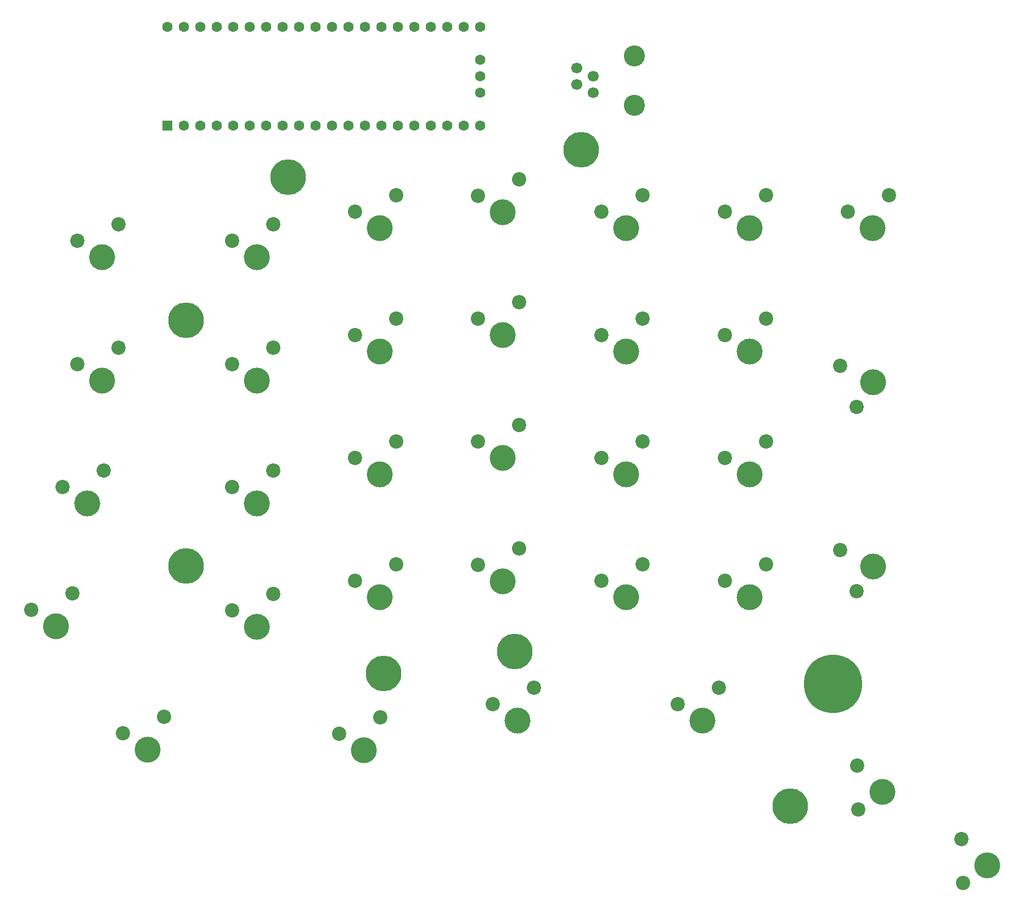
<source format=gts>
G04 #@! TF.GenerationSoftware,KiCad,Pcbnew,5.1.9-73d0e3b20d~88~ubuntu20.04.1*
G04 #@! TF.CreationDate,2021-01-19T00:22:37+03:00*
G04 #@! TF.ProjectId,jeaex-left,6a656165-782d-46c6-9566-742e6b696361,rev?*
G04 #@! TF.SameCoordinates,Original*
G04 #@! TF.FileFunction,Soldermask,Top*
G04 #@! TF.FilePolarity,Negative*
%FSLAX46Y46*%
G04 Gerber Fmt 4.6, Leading zero omitted, Abs format (unit mm)*
G04 Created by KiCad (PCBNEW 5.1.9-73d0e3b20d~88~ubuntu20.04.1) date 2021-01-19 00:22:37*
%MOMM*%
%LPD*%
G01*
G04 APERTURE LIST*
%ADD10C,5.500000*%
%ADD11C,9.000000*%
%ADD12C,1.600000*%
%ADD13R,1.600000X1.600000*%
%ADD14C,3.250000*%
%ADD15C,1.700000*%
%ADD16C,4.000000*%
%ADD17C,2.200000*%
G04 APERTURE END LIST*
D10*
X230560000Y-192110000D03*
D11*
X237170000Y-173180000D03*
D10*
X188060000Y-168170000D03*
X167850000Y-171590000D03*
X137340000Y-154970000D03*
X137380000Y-117100000D03*
X153090000Y-94980000D03*
X198360000Y-90710000D03*
D12*
X154790000Y-87020000D03*
X157330000Y-87020000D03*
X159870000Y-87020000D03*
X152250000Y-87020000D03*
X149710000Y-87020000D03*
X147170000Y-87020000D03*
X144630000Y-87020000D03*
X142090000Y-87020000D03*
X139550000Y-87020000D03*
X137010000Y-87020000D03*
D13*
X134470000Y-87020000D03*
D12*
X162410000Y-87020000D03*
X164950000Y-87020000D03*
X167490000Y-87020000D03*
X170030000Y-87020000D03*
X172570000Y-87020000D03*
X175110000Y-87020000D03*
X177650000Y-87020000D03*
X180190000Y-87020000D03*
X182730000Y-87020000D03*
X182730000Y-81940000D03*
X182730000Y-79400000D03*
X182730000Y-76860000D03*
X182730000Y-71780000D03*
X180190000Y-71780000D03*
X177650000Y-71780000D03*
X175110000Y-71780000D03*
X172570000Y-71780000D03*
X170030000Y-71780000D03*
X167490000Y-71780000D03*
X164950000Y-71780000D03*
X162410000Y-71780000D03*
X159870000Y-71780000D03*
X157330000Y-71780000D03*
X154790000Y-71780000D03*
X152250000Y-71780000D03*
X149710000Y-71780000D03*
X147170000Y-71780000D03*
X144630000Y-71780000D03*
X142090000Y-71780000D03*
X139550000Y-71780000D03*
X137010000Y-71780000D03*
X134470000Y-71780000D03*
D14*
X206530000Y-83890000D03*
X206530000Y-76250000D03*
D15*
X200180000Y-81975000D03*
X200180000Y-79435000D03*
X197640000Y-80705000D03*
X197640000Y-78165000D03*
D16*
X243300000Y-102880000D03*
D17*
X239490000Y-100340000D03*
X245840000Y-97800000D03*
D16*
X243360000Y-126630000D03*
D17*
X240820000Y-130440000D03*
X238280000Y-124090000D03*
X238270000Y-152590000D03*
X240810000Y-158940000D03*
D16*
X243350000Y-155130000D03*
D17*
X257030000Y-197140000D03*
X257244991Y-203975779D03*
D16*
X260934907Y-201264282D03*
X224280000Y-102870000D03*
D17*
X220470000Y-100330000D03*
X226820000Y-97790000D03*
D16*
X224280000Y-121870000D03*
D17*
X220470000Y-119330000D03*
X226820000Y-116790000D03*
X226820000Y-135780000D03*
X220470000Y-138320000D03*
D16*
X224280000Y-140860000D03*
D17*
X226820000Y-154780000D03*
X220470000Y-157320000D03*
D16*
X224280000Y-159860000D03*
X244774907Y-189914282D03*
D17*
X241084991Y-192625779D03*
X240870000Y-185790000D03*
D16*
X205280000Y-102860000D03*
D17*
X201470000Y-100320000D03*
X207820000Y-97780000D03*
D16*
X205280000Y-121860000D03*
D17*
X201470000Y-119320000D03*
X207820000Y-116780000D03*
D16*
X205280000Y-140870000D03*
D17*
X201470000Y-138330000D03*
X207820000Y-135790000D03*
X207820000Y-154790000D03*
X201470000Y-157330000D03*
D16*
X205280000Y-159870000D03*
X217040000Y-178920000D03*
D17*
X213230000Y-176380000D03*
X219580000Y-173840000D03*
D16*
X186250000Y-100360000D03*
D17*
X182440000Y-97820000D03*
X188790000Y-95280000D03*
X188790000Y-114280000D03*
X182440000Y-116820000D03*
D16*
X186250000Y-119360000D03*
D17*
X188790000Y-133280000D03*
X182440000Y-135820000D03*
D16*
X186250000Y-138360000D03*
D17*
X188790000Y-152290000D03*
X182440000Y-154830000D03*
D16*
X186250000Y-157370000D03*
X188500000Y-178910000D03*
D17*
X184690000Y-176370000D03*
X191040000Y-173830000D03*
X169790000Y-97790000D03*
X163440000Y-100330000D03*
D16*
X167250000Y-102870000D03*
D17*
X169800000Y-116780000D03*
X163450000Y-119320000D03*
D16*
X167260000Y-121860000D03*
D17*
X169790000Y-135790000D03*
X163440000Y-138330000D03*
D16*
X167250000Y-140870000D03*
D17*
X169790000Y-154790000D03*
X163440000Y-157330000D03*
D16*
X167250000Y-159870000D03*
D17*
X167290000Y-178340000D03*
X160940000Y-180880000D03*
D16*
X164750000Y-183420000D03*
D17*
X150790000Y-102290000D03*
X144440000Y-104830000D03*
D16*
X148250000Y-107370000D03*
X148250000Y-126360000D03*
D17*
X144440000Y-123820000D03*
X150790000Y-121280000D03*
D16*
X148250000Y-145370000D03*
D17*
X144440000Y-142830000D03*
X150790000Y-140290000D03*
D16*
X148260000Y-164370000D03*
D17*
X144450000Y-161830000D03*
X150800000Y-159290000D03*
D16*
X131410000Y-183390000D03*
D17*
X127600000Y-180850000D03*
X133950000Y-178310000D03*
D16*
X124430000Y-107300000D03*
D17*
X120620000Y-104760000D03*
X126970000Y-102220000D03*
X126920000Y-121320000D03*
X120570000Y-123860000D03*
D16*
X124380000Y-126400000D03*
D17*
X124620000Y-140260000D03*
X118270000Y-142800000D03*
D16*
X122080000Y-145340000D03*
D17*
X119870000Y-159260000D03*
X113520000Y-161800000D03*
D16*
X117330000Y-164340000D03*
M02*

</source>
